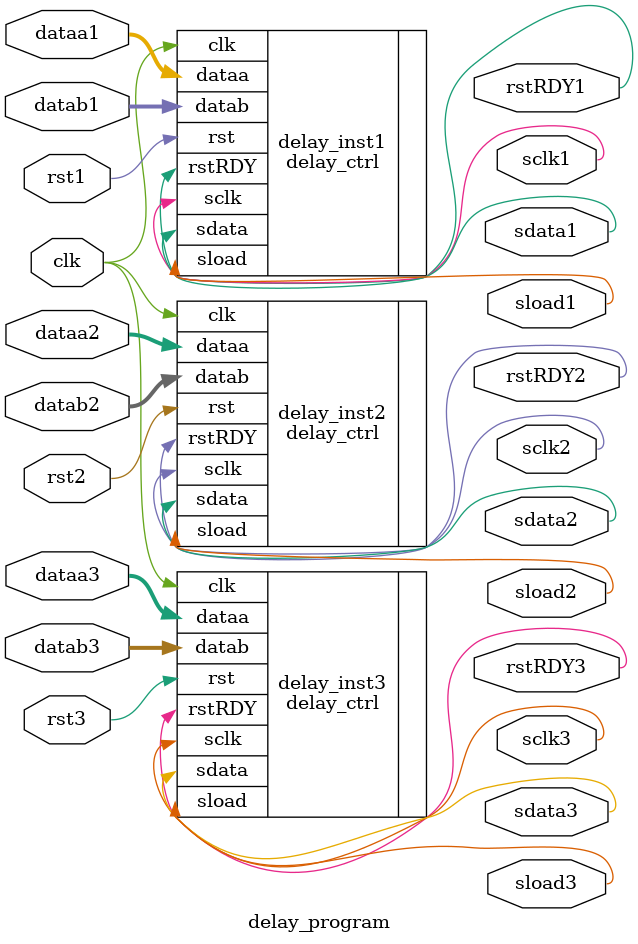
<source format=v>


module delay_program (
     input             clk,
		
	  input             rst1,
     input      [9:0]  dataa1,
	  input      [9:0]  datab1,
	  output reg        rstRDY1,
     output reg        sclk1,
     output reg        sdata1,
     output reg        sload1,
	  
	  input             rst2,
     input      [9:0]  dataa2,
	  input      [9:0]  datab2,
	  output reg        rstRDY2,
     output reg        sclk2,
     output reg        sdata2,
     output reg        sload2,
	  
	  input             rst3,
     input      [9:0]  dataa3,
	  input      [9:0]  datab3,
	  output reg        rstRDY3,
     output reg        sclk3,
     output reg        sdata3,
     output reg        sload3
);

delay_ctrl delay_inst1 (
    .rst     (rst1), 
    .clk     (clk), 
    .dataa   (dataa1), 
    .datab   (datab1), 
    .rstRDY  (rstRDY1), 
    .sclk    (sclk1), 
    .sdata   (sdata1), 
    .sload   (sload1)
    );

delay_ctrl delay_inst2 (
    .rst     (rst2), 
    .clk     (clk), 
    .dataa   (dataa2), 
    .datab   (datab2), 
    .rstRDY  (rstRDY2), 
    .sclk    (sclk2), 
    .sdata   (sdata2), 
    .sload   (sload2)
    );
	 
delay_ctrl delay_inst3 (
    .rst     (rst3), 
    .clk     (clk), 
    .dataa   (dataa3), 
    .datab   (datab3), 
    .rstRDY  (rstRDY3), 
    .sclk    (sclk3), 
    .sdata   (sdata3), 
    .sload   (sload3)
    );


endmodule

</source>
